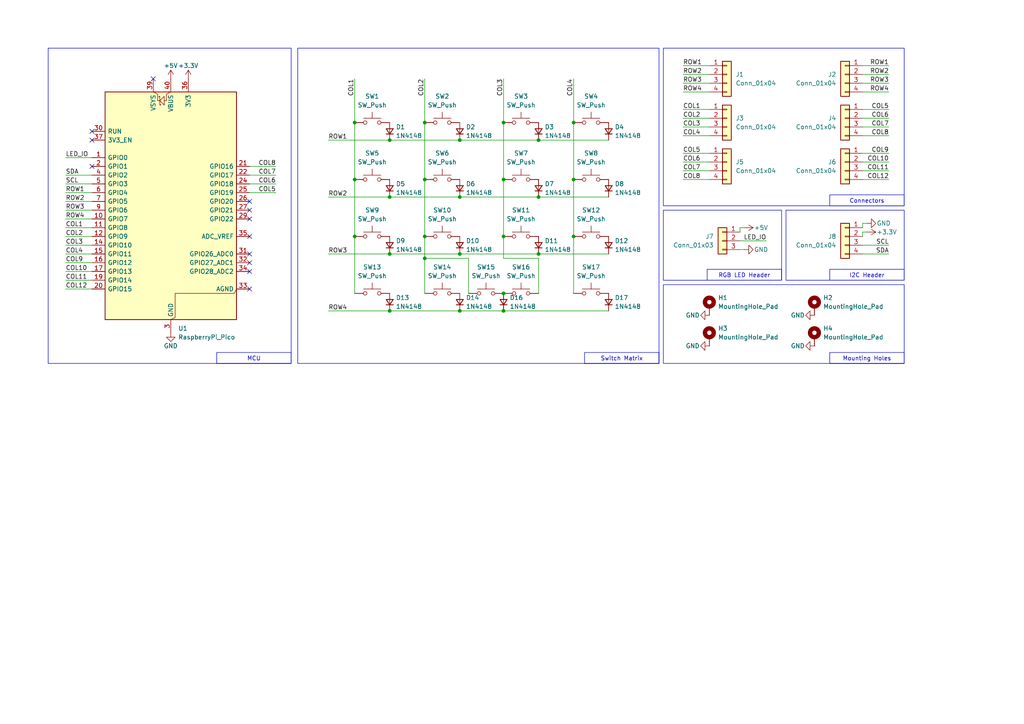
<source format=kicad_sch>
(kicad_sch (version 20250114) (generator "eeschema") (generator_version "9.0")
  (paper "A4")
  (title_block (title "LK16C") (date "2025-05-13") (rev "v1.00") (company "LambdaKB.dev") (comment 1 "https://lambdakb.dev/"))
  (lib_symbols
    (symbol "Connector_Generic:Conn_01x03" (pin_names (offset 1.016) (hide yes))
      (property "Reference" "J" (at 0 5.08 0))
      (property "Value" "Conn_01x03" (at 0 -5.08 0))
      (symbol "Conn_01x03_1_1"
        (rectangle (start -1.27 3.81) (end 1.27 -3.81) (stroke (width 0.254)) (fill (type background)))
        (rectangle (start -1.27 2.667) (end 0 2.413) (stroke (width 0.1524)))
        (rectangle (start -1.27 0.127) (end 0 -0.127) (stroke (width 0.1524)))
        (rectangle (start -1.27 -2.413) (end 0 -2.667) (stroke (width 0.1524)))
        (pin passive line (at -5.08 2.54 0) (length 3.81) (name "Pin_1") (number "1"))
        (pin passive line (at -5.08 0 0) (length 3.81) (name "Pin_2") (number "2"))
        (pin passive line (at -5.08 -2.54 0) (length 3.81) (name "Pin_3") (number "3"))
      )
    )
    (symbol "Connector_Generic:Conn_01x04" (pin_names (offset 1.016) (hide yes))
      (property "Reference" "J" (at 0 5.08 0))
      (property "Value" "Conn_01x04" (at 0 -7.62 0))
      (symbol "Conn_01x04_1_1"
        (rectangle (start -1.27 3.81) (end 1.27 -6.35) (stroke (width 0.254)) (fill (type background)))
        (rectangle (start -1.27 2.667) (end 0 2.413) (stroke (width 0.1524)))
        (rectangle (start -1.27 0.127) (end 0 -0.127) (stroke (width 0.1524)))
        (rectangle (start -1.27 -2.413) (end 0 -2.667) (stroke (width 0.1524)))
        (rectangle (start -1.27 -4.953) (end 0 -5.207) (stroke (width 0.1524)))
        (pin passive line (at -5.08 2.54 0) (length 3.81) (name "Pin_1") (number "1"))
        (pin passive line (at -5.08 0 0) (length 3.81) (name "Pin_2") (number "2"))
        (pin passive line (at -5.08 -2.54 0) (length 3.81) (name "Pin_3") (number "3"))
        (pin passive line (at -5.08 -5.08 0) (length 3.81) (name "Pin_4") (number "4"))
      )
    )
    (symbol "Device:D_Small" (pin_numbers (hide yes)) (pin_names (offset 0.254) (hide yes))
      (property "Reference" "D" (at -1.27 2.032 0))
      (property "Value" "D_Small" (at -3.81 -2.032 0))
      (symbol "D_Small_0_1"
        (polyline (pts (xy -0.762 0) (xy 0.762 0)))
        (polyline (pts (xy -0.762 -1.016) (xy -0.762 1.016)) (stroke (width 0.254)))
        (polyline (pts (xy 0.762 -1.016) (xy -0.762 0) (xy 0.762 1.016) (xy 0.762 -1.016)) (stroke (width 0.254)))
      )
      (symbol "D_Small_1_1"
        (pin passive line (at -2.54 0 0) (length 1.778) (name "K") (number "1"))
        (pin passive line (at 2.54 0 180) (length 1.778) (name "A") (number "2"))
      )
    )
    (symbol "MCU_Module:RaspberryPi_Pico" (pin_names (offset 0.762))
      (property "Reference" "A" (at -19.05 35.56 0))
      (property "Value" "RaspberryPi_Pico" (at 7.62 35.56 0))
      (symbol "RaspberryPi_Pico_0_1"
        (rectangle (start -19.05 34.29) (end 19.05 -31.75) (stroke (width 0.254)) (fill (type background)))
        (polyline (pts (xy -5.08 34.29) (xy -3.81 33.655) (xy -3.81 31.75) (xy -3.175 31.75)))
        (polyline (pts (xy -3.429 32.766) (xy -3.429 33.02) (xy -3.175 33.02) (xy -3.175 30.48) (xy -2.921 30.48) (xy -2.921 30.734)))
        (polyline (pts (xy -3.175 31.75) (xy -1.905 33.02) (xy -1.905 30.48) (xy -3.175 31.75)))
        (polyline (pts (xy 0 34.29) (xy -1.27 33.655) (xy -1.27 31.75) (xy -1.905 31.75)))
        (polyline (pts (xy 0 -31.75) (xy 1.27 -31.115) (xy 1.27 -24.13) (xy 18.415 -24.13) (xy 19.05 -22.86)))
      )
      (symbol "RaspberryPi_Pico_1_1"
        (pin passive line (at -22.86 22.86 0) (length 3.81) (name "RUN") (number "30"))
        (pin passive line (at -22.86 20.32 0) (length 3.81) (name "3V3_EN") (number "37"))
        (pin bidirectional line (at -22.86 15.24 0) (length 3.81) (name "GPIO0") (number "1"))
        (pin bidirectional line (at -22.86 12.7 0) (length 3.81) (name "GPIO1") (number "2"))
        (pin bidirectional line (at -22.86 10.16 0) (length 3.81) (name "GPIO2") (number "4"))
        (pin bidirectional line (at -22.86 7.62 0) (length 3.81) (name "GPIO3") (number "5"))
        (pin bidirectional line (at -22.86 5.08 0) (length 3.81) (name "GPIO4") (number "6"))
        (pin bidirectional line (at -22.86 2.54 0) (length 3.81) (name "GPIO5") (number "7"))
        (pin bidirectional line (at -22.86 0 0) (length 3.81) (name "GPIO6") (number "9"))
        (pin bidirectional line (at -22.86 -2.54 0) (length 3.81) (name "GPIO7") (number "10"))
        (pin bidirectional line (at -22.86 -5.08 0) (length 3.81) (name "GPIO8") (number "11"))
        (pin bidirectional line (at -22.86 -7.62 0) (length 3.81) (name "GPIO9") (number "12"))
        (pin bidirectional line (at -22.86 -10.16 0) (length 3.81) (name "GPIO10") (number "14"))
        (pin bidirectional line (at -22.86 -12.7 0) (length 3.81) (name "GPIO11") (number "15"))
        (pin bidirectional line (at -22.86 -15.24 0) (length 3.81) (name "GPIO12") (number "16"))
        (pin bidirectional line (at -22.86 -17.78 0) (length 3.81) (name "GPIO13") (number "17"))
        (pin bidirectional line (at -22.86 -20.32 0) (length 3.81) (name "GPIO14") (number "19"))
        (pin bidirectional line (at -22.86 -22.86 0) (length 3.81) (name "GPIO15") (number "20"))
        (pin power_in line (at -5.08 38.1 270) (length 3.81) (name "VSYS") (number "39"))
        (pin power_out line (at 0 38.1 270) (length 3.81) (name "VBUS") (number "40"))
        (pin passive line (at 0 -35.56 90) (length 3.81) (hide yes) (name "GND") (number "13"))
        (pin passive line (at 0 -35.56 90) (length 3.81) (hide yes) (name "GND") (number "18"))
        (pin passive line (at 0 -35.56 90) (length 3.81) (hide yes) (name "GND") (number "23"))
        (pin passive line (at 0 -35.56 90) (length 3.81) (hide yes) (name "GND") (number "28"))
        (pin power_out line (at 0 -35.56 90) (length 3.81) (name "GND") (number "3"))
        (pin passive line (at 0 -35.56 90) (length 3.81) (hide yes) (name "GND") (number "38"))
        (pin passive line (at 0 -35.56 90) (length 3.81) (hide yes) (name "GND") (number "8"))
        (pin power_out line (at 5.08 38.1 270) (length 3.81) (name "3V3") (number "36"))
        (pin bidirectional line (at 22.86 12.7 180) (length 3.81) (name "GPIO16") (number "21"))
        (pin bidirectional line (at 22.86 10.16 180) (length 3.81) (name "GPIO17") (number "22"))
        (pin bidirectional line (at 22.86 7.62 180) (length 3.81) (name "GPIO18") (number "24"))
        (pin bidirectional line (at 22.86 5.08 180) (length 3.81) (name "GPIO19") (number "25"))
        (pin bidirectional line (at 22.86 2.54 180) (length 3.81) (name "GPIO20") (number "26"))
        (pin bidirectional line (at 22.86 0 180) (length 3.81) (name "GPIO21") (number "27"))
        (pin bidirectional line (at 22.86 -2.54 180) (length 3.81) (name "GPIO22") (number "29"))
        (pin power_in line (at 22.86 -7.62 180) (length 3.81) (name "ADC_VREF") (number "35"))
        (pin bidirectional line (at 22.86 -12.7 180) (length 3.81) (name "GPIO26_ADC0") (number "31"))
        (pin bidirectional line (at 22.86 -15.24 180) (length 3.81) (name "GPIO27_ADC1") (number "32"))
        (pin bidirectional line (at 22.86 -17.78 180) (length 3.81) (name "GPIO28_ADC2") (number "34"))
        (pin power_out line (at 22.86 -22.86 180) (length 3.81) (name "AGND") (number "33"))
      )
    )
    (symbol "Mechanical:MountingHole_Pad" (pin_numbers (hide yes)) (pin_names (offset 1.016) (hide yes)) (in_bom no)
      (property "Reference" "H" (at 0 6.35 0))
      (property "Value" "MountingHole_Pad" (at 0 4.445 0))
      (symbol "MountingHole_Pad_0_1"
        (circle (center 0 1.27) (radius 1.27) (stroke (width 1.27)))
      )
      (symbol "MountingHole_Pad_1_1"
        (pin input line (at 0 -2.54 90) (length 2.54) (name "1") (number "1"))
      )
    )
    (symbol "Switch:SW_Push" (pin_numbers (hide yes)) (pin_names (offset 1.016) (hide yes))
      (property "Reference" "SW" (at 1.27 2.54 0))
      (property "Value" "SW_Push" (at 0 -1.524 0))
      (symbol "SW_Push_0_1"
        (circle (center -2.032 0) (radius 0.508))
        (polyline (pts (xy 0 1.27) (xy 0 3.048)))
        (circle (center 2.032 0) (radius 0.508))
        (polyline (pts (xy 2.54 1.27) (xy -2.54 1.27)))
        (pin passive line (at -5.08 0 0) (length 2.54) (name "1") (number "1"))
        (pin passive line (at 5.08 0 180) (length 2.54) (name "2") (number "2"))
      )
    )
    (symbol "power:+3.3V" (power) (pin_numbers (hide yes)) (pin_names (offset 0) (hide yes))
      (property "Value" "+3.3V" (at 0 3.556 0))
      (symbol "+3.3V_0_1"
        (polyline (pts (xy -0.762 1.27) (xy 0 2.54)))
        (polyline (pts (xy 0 2.54) (xy 0.762 1.27)))
        (polyline (pts (xy 0 0) (xy 0 2.54)))
      )
      (symbol "+3.3V_1_1"
        (pin power_in line (at 0 0 90) (length 0) (name "~") (number "1"))
      )
    )
    (symbol "power:+5V" (power) (pin_numbers (hide yes)) (pin_names (offset 0) (hide yes))
      (property "Value" "+5V" (at 0 3.556 0))
      (symbol "+5V_0_1"
        (polyline (pts (xy -0.762 1.27) (xy 0 2.54)))
        (polyline (pts (xy 0 2.54) (xy 0.762 1.27)))
        (polyline (pts (xy 0 0) (xy 0 2.54)))
      )
      (symbol "+5V_1_1"
        (pin power_in line (at 0 0 90) (length 0) (name "~") (number "1"))
      )
    )
    (symbol "power:GND" (power) (pin_numbers (hide yes)) (pin_names (offset 0) (hide yes))
      (property "Value" "GND" (at 0 -3.81 0))
      (symbol "GND_0_1"
        (polyline (pts (xy 0 0) (xy 0 -1.27) (xy 1.27 -1.27) (xy 0 -2.54) (xy -1.27 -1.27) (xy 0 -1.27)))
      )
      (symbol "GND_1_1"
        (pin power_in line (at 0 0 270) (length 0) (name "~") (number "1"))
      )
    )
  )
  (rectangle (start 192.405 13.97) (end 262.255 59.69))
  (rectangle (start 205.105 78.105) (end 226.695 81.28))
  (rectangle (start 86.36 13.97) (end 191.135 105.41))
  (rectangle (start 62.865 102.235) (end 84.455 105.41))
  (rectangle (start 192.405 82.55) (end 262.255 105.41))
  (rectangle (start 13.97 13.97) (end 84.455 105.41))
  (rectangle (start 227.965 60.96) (end 262.255 81.28))
  (rectangle (start 240.665 78.105) (end 262.255 81.28))
  (rectangle (start 169.545 102.235) (end 191.135 105.41))
  (rectangle (start 192.405 60.96) (end 226.695 81.28))
  (rectangle (start 240.665 56.515) (end 262.255 59.69))
  (rectangle (start 240.665 102.235) (end 262.255 105.41))
  (text "Connectors" (at 251.46 58.42 0) (effects (font (size 1.2 1.2))))
  (text "RGB LED Header" (at 215.9 80.01 0) (effects (font (size 1.2 1.2))))
  (text "Mounting Holes" (at 251.46 104.14 0) (effects (font (size 1.2 1.2))))
  (text "I2C Header" (at 251.46 80.01 0) (effects (font (size 1.2 1.2))))
  (text "MCU" (at 73.66 104.14 0) (effects (font (size 1.2 1.2))))
  (text "Switch Matrix" (at 180.34 104.14 0) (effects (font (size 1.2 1.2))))
  (junction (at 146.05 35.56))
  (junction (at 123.19 52.07))
  (junction (at 146.05 90.17))
  (junction (at 123.19 35.56))
  (junction (at 146.05 52.07))
  (junction (at 133.35 40.64))
  (junction (at 113.03 57.15))
  (junction (at 133.35 73.66))
  (junction (at 133.35 90.17))
  (junction (at 166.37 35.56))
  (junction (at 156.21 40.64))
  (junction (at 166.37 52.07))
  (junction (at 113.03 90.17))
  (junction (at 146.05 85.09))
  (junction (at 166.37 68.58))
  (junction (at 113.03 40.64))
  (junction (at 113.03 73.66))
  (junction (at 123.19 74.93))
  (junction (at 156.21 57.15))
  (junction (at 146.05 68.58))
  (junction (at 156.21 73.66))
  (junction (at 102.87 35.56))
  (junction (at 123.19 68.58))
  (junction (at 133.35 57.15))
  (junction (at 102.87 52.07))
  (junction (at 102.87 68.58))
  (no_connect (at 72.39 68.58))
  (no_connect (at 72.39 83.82))
  (no_connect (at 72.39 78.74))
  (no_connect (at 44.45 22.86))
  (no_connect (at 72.39 63.5))
  (no_connect (at 72.39 60.96))
  (no_connect (at 26.67 38.1))
  (no_connect (at 72.39 76.2))
  (no_connect (at 72.39 73.66))
  (no_connect (at 26.67 48.26))
  (no_connect (at 26.67 40.64))
  (no_connect (at 72.39 58.42))
  (wire (pts (xy 166.37 22.86) (xy 166.37 35.56)))
  (wire (pts (xy 156.21 57.15) (xy 176.53 57.15)))
  (wire (pts (xy 123.19 74.93) (xy 123.19 85.09)))
  (wire (pts (xy 95.25 40.64) (xy 113.03 40.64)))
  (wire (pts (xy 198.12 31.75) (xy 205.74 31.75)))
  (wire (pts (xy 257.81 39.37) (xy 250.19 39.37)))
  (wire (pts (xy 19.05 76.2) (xy 26.67 76.2)))
  (wire (pts (xy 146.05 22.86) (xy 146.05 35.56)))
  (wire (pts (xy 133.35 90.17) (xy 146.05 90.17)))
  (wire (pts (xy 156.21 74.93) (xy 156.21 85.09)))
  (wire (pts (xy 19.05 81.28) (xy 26.67 81.28)))
  (wire (pts (xy 166.37 68.58) (xy 166.37 85.09)))
  (wire (pts (xy 250.19 64.77) (xy 250.19 66.04)))
  (wire (pts (xy 95.25 73.66) (xy 113.03 73.66)))
  (wire (pts (xy 113.03 90.17) (xy 133.35 90.17)))
  (wire (pts (xy 80.01 53.34) (xy 72.39 53.34)))
  (wire (pts (xy 19.05 68.58) (xy 26.67 68.58)))
  (wire (pts (xy 214.63 66.04) (xy 214.63 67.31)))
  (wire (pts (xy 257.81 71.12) (xy 250.19 71.12)))
  (wire (pts (xy 257.81 26.67) (xy 250.19 26.67)))
  (wire (pts (xy 257.81 49.53) (xy 250.19 49.53)))
  (wire (pts (xy 198.12 36.83) (xy 205.74 36.83)))
  (wire (pts (xy 146.05 52.07) (xy 146.05 68.58)))
  (wire (pts (xy 80.01 50.8) (xy 72.39 50.8)))
  (wire (pts (xy 135.89 85.09) (xy 135.89 74.93)))
  (wire (pts (xy 257.81 19.05) (xy 250.19 19.05)))
  (wire (pts (xy 198.12 39.37) (xy 205.74 39.37)))
  (wire (pts (xy 257.81 31.75) (xy 250.19 31.75)))
  (wire (pts (xy 198.12 46.99) (xy 205.74 46.99)))
  (wire (pts (xy 250.19 67.31) (xy 250.19 68.58)))
  (wire (pts (xy 95.25 90.17) (xy 113.03 90.17)))
  (wire (pts (xy 80.01 48.26) (xy 72.39 48.26)))
  (wire (pts (xy 19.05 53.34) (xy 26.67 53.34)))
  (wire (pts (xy 123.19 68.58) (xy 123.19 74.93)))
  (wire (pts (xy 102.87 68.58) (xy 102.87 85.09)))
  (wire (pts (xy 19.05 73.66) (xy 26.67 73.66)))
  (wire (pts (xy 19.05 66.04) (xy 26.67 66.04)))
  (wire (pts (xy 19.05 63.5) (xy 26.67 63.5)))
  (wire (pts (xy 19.05 71.12) (xy 26.67 71.12)))
  (wire (pts (xy 123.19 22.86) (xy 123.19 35.56)))
  (wire (pts (xy 257.81 24.13) (xy 250.19 24.13)))
  (wire (pts (xy 166.37 52.07) (xy 166.37 68.58)))
  (wire (pts (xy 257.81 73.66) (xy 250.19 73.66)))
  (wire (pts (xy 222.25 69.85) (xy 214.63 69.85)))
  (wire (pts (xy 102.87 52.07) (xy 102.87 68.58)))
  (wire (pts (xy 95.25 57.15) (xy 113.03 57.15)))
  (wire (pts (xy 19.05 55.88) (xy 26.67 55.88)))
  (wire (pts (xy 133.35 40.64) (xy 156.21 40.64)))
  (wire (pts (xy 251.46 64.77) (xy 250.19 64.77)))
  (wire (pts (xy 123.19 52.07) (xy 123.19 68.58)))
  (wire (pts (xy 146.05 74.93) (xy 156.21 74.93)))
  (wire (pts (xy 19.05 78.74) (xy 26.67 78.74)))
  (wire (pts (xy 257.81 34.29) (xy 250.19 34.29)))
  (wire (pts (xy 251.46 67.31) (xy 250.19 67.31)))
  (wire (pts (xy 113.03 57.15) (xy 133.35 57.15)))
  (wire (pts (xy 198.12 34.29) (xy 205.74 34.29)))
  (wire (pts (xy 166.37 35.56) (xy 166.37 52.07)))
  (wire (pts (xy 146.05 35.56) (xy 146.05 52.07)))
  (wire (pts (xy 215.9 72.39) (xy 214.63 72.39)))
  (wire (pts (xy 198.12 44.45) (xy 205.74 44.45)))
  (wire (pts (xy 156.21 40.64) (xy 176.53 40.64)))
  (wire (pts (xy 257.81 36.83) (xy 250.19 36.83)))
  (wire (pts (xy 19.05 60.96) (xy 26.67 60.96)))
  (wire (pts (xy 113.03 73.66) (xy 133.35 73.66)))
  (wire (pts (xy 80.01 55.88) (xy 72.39 55.88)))
  (wire (pts (xy 198.12 21.59) (xy 205.74 21.59)))
  (wire (pts (xy 133.35 73.66) (xy 156.21 73.66)))
  (wire (pts (xy 257.81 46.99) (xy 250.19 46.99)))
  (wire (pts (xy 146.05 68.58) (xy 146.05 74.93)))
  (wire (pts (xy 215.9 66.04) (xy 214.63 66.04)))
  (wire (pts (xy 257.81 44.45) (xy 250.19 44.45)))
  (wire (pts (xy 135.89 74.93) (xy 123.19 74.93)))
  (wire (pts (xy 198.12 24.13) (xy 205.74 24.13)))
  (wire (pts (xy 198.12 19.05) (xy 205.74 19.05)))
  (wire (pts (xy 257.81 21.59) (xy 250.19 21.59)))
  (wire (pts (xy 123.19 35.56) (xy 123.19 52.07)))
  (wire (pts (xy 19.05 58.42) (xy 26.67 58.42)))
  (wire (pts (xy 102.87 35.56) (xy 102.87 52.07)))
  (wire (pts (xy 198.12 52.07) (xy 205.74 52.07)))
  (wire (pts (xy 146.05 90.17) (xy 176.53 90.17)))
  (wire (pts (xy 19.05 50.8) (xy 26.67 50.8)))
  (wire (pts (xy 133.35 57.15) (xy 156.21 57.15)))
  (wire (pts (xy 198.12 26.67) (xy 205.74 26.67)))
  (wire (pts (xy 19.05 83.82) (xy 26.67 83.82)))
  (wire (pts (xy 113.03 40.64) (xy 133.35 40.64)))
  (wire (pts (xy 19.05 45.72) (xy 26.67 45.72)))
  (wire (pts (xy 198.12 49.53) (xy 205.74 49.53)))
  (wire (pts (xy 156.21 73.66) (xy 176.53 73.66)))
  (wire (pts (xy 257.81 52.07) (xy 250.19 52.07)))
  (wire (pts (xy 102.87 22.86) (xy 102.87 35.56)))
  (label "COL10" (at 19.05 78.74 0))
  (label "COL11" (at 19.05 81.28 0))
  (label "ROW2" (at 19.05 58.42 0))
  (label "COL3" (at 146.05 22.86 270))
  (label "COL2" (at 198.12 34.29 0))
  (label "ROW3" (at 19.05 60.96 0))
  (label "SDA" (at 19.05 50.8 0))
  (label "COL8" (at 198.12 52.07 0))
  (label "COL1" (at 198.12 31.75 0))
  (label "ROW1" (at 257.81 19.05 180))
  (label "ROW1" (at 198.12 19.05 0))
  (label "ROW4" (at 198.12 26.67 0))
  (label "ROW3" (at 198.12 24.13 0))
  (label "SCL" (at 19.05 53.34 0))
  (label "COL2" (at 19.05 68.58 0))
  (label "ROW3" (at 95.25 73.66 0))
  (label "ROW2" (at 95.25 57.15 0))
  (label "COL4" (at 166.37 22.86 270))
  (label "COL2" (at 123.19 22.86 270))
  (label "LED_IO" (at 222.25 69.85 180))
  (label "COL4" (at 19.05 73.66 0))
  (label "COL12" (at 19.05 83.82 0))
  (label "LED_IO" (at 19.05 45.72 0))
  (label "COL6" (at 257.81 34.29 180))
  (label "ROW1" (at 95.25 40.64 0))
  (label "COL10" (at 257.81 46.99 180))
  (label "SCL" (at 257.81 71.12 180))
  (label "ROW4" (at 19.05 63.5 0))
  (label "ROW4" (at 257.81 26.67 180))
  (label "COL6" (at 80.01 53.34 180))
  (label "COL3" (at 19.05 71.12 0))
  (label "ROW2" (at 257.81 21.59 180))
  (label "ROW4" (at 95.25 90.17 0))
  (label "COL9" (at 257.81 44.45 180))
  (label "COL9" (at 19.05 76.2 0))
  (label "COL3" (at 198.12 36.83 0))
  (label "ROW1" (at 19.05 55.88 0))
  (label "COL11" (at 257.81 49.53 180))
  (label "COL7" (at 257.81 36.83 180))
  (label "COL5" (at 198.12 44.45 0))
  (label "COL12" (at 257.81 52.07 180))
  (label "COL5" (at 257.81 31.75 180))
  (label "COL5" (at 80.01 55.88 180))
  (label "ROW3" (at 257.81 24.13 180))
  (label "COL8" (at 257.81 39.37 180))
  (label "COL6" (at 198.12 46.99 0))
  (label "COL4" (at 198.12 39.37 0))
  (label "COL7" (at 198.12 49.53 0))
  (label "COL1" (at 102.87 22.86 270))
  (label "ROW2" (at 198.12 21.59 0))
  (label "SDA" (at 257.81 73.66 180))
  (label "COL8" (at 80.01 48.26 180))
  (label "COL7" (at 80.01 50.8 180))
  (label "COL1" (at 19.05 66.04 0))
  (symbol (lib_id "Connector_Generic:Conn_01x04") (at 210.82 46.99 0) (unit 1) (in_bom no)
    (property "Reference" "J5" (at 213.36 46.9899 0) (effects (justify left)))
    (property "Value" "Conn_01x04" (at 213.36 49.5299 0) (effects (justify left)))
    (property "Footprint" "Connector:EdgeHeader_1x04_THT_P2.54mm_Right" (effects (hide yes)))
    (property "Description" "Generic connector, single row, 01x04, script generated (kicad-library-utils/schlib/autogen/connector/)" (effects (hide yes)))
  )
  (symbol (lib_id "Connector_Generic:Conn_01x04") (at 210.82 21.59 0) (unit 1) (in_bom no)
    (property "Reference" "J1" (at 213.36 21.5899 0) (effects (justify left)))
    (property "Value" "Conn_01x04" (at 213.36 24.1299 0) (effects (justify left)))
    (property "Footprint" "Connector:EdgeHeader_1x04_THT_P2.54mm_Right" (effects (hide yes)))
    (property "Description" "Generic connector, single row, 01x04, script generated (kicad-library-utils/schlib/autogen/connector/)" (effects (hide yes)))
  )
  (symbol (lib_id "Switch:SW_Push") (at 128.27 35.56 0) (mirror y) (unit 1)
    (property "Reference" "SW2" (at 128.27 27.94 0))
    (property "Value" "SW_Push" (at 128.27 30.48 0))
    (property "Footprint" "LKBD_KeySwitch:SW_MX_Slim_HotSwap_THT_sqSilk" (effects (hide yes)))
    (property "Description" "Push button switch, generic, two pins" (effects (hide yes)))
    (property "JLC" "SMD,14.5x5.9mm" (effects (hide yes)))
    (property "JLCPosOffset" "-0.635,-3.81" (effects (hide yes)))
    (property "JLCRotOffset" "180" (effects (hide yes)))
    (property "LCSC" "C41430893" (effects (hide yes)))
  )
  (symbol (lib_id "Device:D_Small") (at 133.35 87.63 90) (unit 1)
    (property "Reference" "D14" (at 135.128 86.36 90) (effects (justify right)))
    (property "Value" "1N4148" (at 135.128 88.9 90) (effects (justify right)))
    (property "Footprint" "LKBD_Common:Diode_SMD_SOD-123_inSilk" (effects (hide yes)))
    (property "Description" "Diode, small symbol" (effects (hide yes)))
    (property "Sim.Device" "D" (effects (hide yes)))
    (property "Sim.Pins" "1=K 2=A" (effects (hide yes)))
    (property "LCSC" "C81598" (effects (hide yes)))
    (property "JLC" "SOD-323" (effects (hide yes)))
  )
  (symbol (lib_id "Device:D_Small") (at 113.03 38.1 90) (unit 1)
    (property "Reference" "D1" (at 114.808 36.83 90) (effects (justify right)))
    (property "Value" "1N4148" (at 114.808 39.37 90) (effects (justify right)))
    (property "Footprint" "LKBD_Common:Diode_SMD_SOD-123_inSilk" (effects (hide yes)))
    (property "Description" "Diode, small symbol" (effects (hide yes)))
    (property "Sim.Device" "D" (effects (hide yes)))
    (property "Sim.Pins" "1=K 2=A" (effects (hide yes)))
    (property "LCSC" "C81598" (effects (hide yes)))
    (property "JLC" "SOD-323" (effects (hide yes)))
  )
  (symbol (lib_id "power:+5V") (at 215.9 66.04 270) (mirror x) (unit 1)
    (property "Reference" "#PWR06" (effects (hide yes)))
    (property "Value" "+5V" (at 218.694 66.04 90) (effects (justify left)))
    (property "Description" "Power symbol creates a global label with name \"+5V\"" (effects (hide yes)))
  )
  (symbol (lib_id "Switch:SW_Push") (at 171.45 52.07 0) (mirror y) (unit 1)
    (property "Reference" "SW8" (at 171.45 44.45 0))
    (property "Value" "SW_Push" (at 171.45 46.99 0))
    (property "Footprint" "LKBD_KeySwitch:SW_MX_Slim_HotSwap_THT_sqSilk" (effects (hide yes)))
    (property "Description" "Push button switch, generic, two pins" (effects (hide yes)))
    (property "JLC" "SMD,14.5x5.9mm" (effects (hide yes)))
    (property "JLCPosOffset" "-0.635,-3.81" (effects (hide yes)))
    (property "JLCRotOffset" "180" (effects (hide yes)))
    (property "LCSC" "C41430893" (effects (hide yes)))
  )
  (symbol (lib_id "Connector_Generic:Conn_01x03") (at 209.55 69.85 0) (mirror y) (unit 1) (in_bom no)
    (property "Reference" "J7" (at 207.01 68.58 0) (effects (justify left)))
    (property "Value" "Conn_01x03" (at 207.01 71.12 0) (effects (justify left)))
    (property "Footprint" "LKBD_Connector:PinHeader_1x03_THT_P2.54mm_nSilk" (effects (hide yes)))
    (property "Description" "Generic connector, single row, 01x03, script generated (kicad-library-utils/schlib/autogen/connector/)" (effects (hide yes)))
  )
  (symbol (lib_id "Switch:SW_Push") (at 171.45 35.56 0) (mirror y) (unit 1)
    (property "Reference" "SW4" (at 171.45 27.94 0))
    (property "Value" "SW_Push" (at 171.45 30.48 0))
    (property "Footprint" "LKBD_KeySwitch:SW_MX_Slim_HotSwap_THT_sqSilk" (effects (hide yes)))
    (property "Description" "Push button switch, generic, two pins" (effects (hide yes)))
    (property "JLC" "SMD,14.5x5.9mm" (effects (hide yes)))
    (property "JLCPosOffset" "-0.635,-3.81" (effects (hide yes)))
    (property "JLCRotOffset" "180" (effects (hide yes)))
    (property "LCSC" "C41430893" (effects (hide yes)))
  )
  (symbol (lib_id "Device:D_Small") (at 146.05 87.63 90) (unit 1)
    (property "Reference" "D16" (at 147.828 86.36 90) (effects (justify right)))
    (property "Value" "1N4148" (at 147.828 88.9 90) (effects (justify right)))
    (property "Footprint" "LKBD_Common:Diode_SMD_SOD-123_inSilk" (effects (hide yes)))
    (property "Description" "Diode, small symbol" (effects (hide yes)))
    (property "Sim.Device" "D" (effects (hide yes)))
    (property "Sim.Pins" "1=K 2=A" (effects (hide yes)))
    (property "LCSC" "C81598" (effects (hide yes)))
    (property "JLC" "SOD-323" (effects (hide yes)))
  )
  (symbol (lib_id "Mechanical:MountingHole_Pad") (at 236.22 97.79 0) (unit 1) (in_bom no)
    (property "Reference" "H4" (at 238.76 95.2499 0) (effects (justify left)))
    (property "Value" "MountingHole_Pad" (at 238.76 97.7899 0) (effects (justify left)))
    (property "Footprint" "LKBD_MountingHole:MountingHole_M2" (effects (hide yes)))
    (property "Description" "Mounting Hole with connection" (effects (hide yes)))
  )
  (symbol (lib_id "Device:D_Small") (at 113.03 71.12 90) (unit 1)
    (property "Reference" "D9" (at 114.808 69.85 90) (effects (justify right)))
    (property "Value" "1N4148" (at 114.808 72.39 90) (effects (justify right)))
    (property "Footprint" "LKBD_Common:Diode_SMD_SOD-123_inSilk" (effects (hide yes)))
    (property "Description" "Diode, small symbol" (effects (hide yes)))
    (property "Sim.Device" "D" (effects (hide yes)))
    (property "Sim.Pins" "1=K 2=A" (effects (hide yes)))
    (property "LCSC" "C81598" (effects (hide yes)))
    (property "JLC" "SOD-323" (effects (hide yes)))
  )
  (symbol (lib_id "Device:D_Small") (at 176.53 38.1 90) (unit 1)
    (property "Reference" "D4" (at 178.308 36.83 90) (effects (justify right)))
    (property "Value" "1N4148" (at 178.308 39.37 90) (effects (justify right)))
    (property "Footprint" "LKBD_Common:Diode_SMD_SOD-123_inSilk" (effects (hide yes)))
    (property "Description" "Diode, small symbol" (effects (hide yes)))
    (property "Sim.Device" "D" (effects (hide yes)))
    (property "Sim.Pins" "1=K 2=A" (effects (hide yes)))
    (property "LCSC" "C81598" (effects (hide yes)))
    (property "JLC" "SOD-323" (effects (hide yes)))
  )
  (symbol (lib_id "Switch:SW_Push") (at 151.13 68.58 0) (mirror y) (unit 1)
    (property "Reference" "SW11" (at 151.13 60.96 0))
    (property "Value" "SW_Push" (at 151.13 63.5 0))
    (property "Footprint" "LKBD_KeySwitch:SW_MX_Slim_HotSwap_THT_sqSilk" (effects (hide yes)))
    (property "Description" "Push button switch, generic, two pins" (effects (hide yes)))
    (property "JLC" "SMD,14.5x5.9mm" (effects (hide yes)))
    (property "JLCPosOffset" "-0.635,-3.81" (effects (hide yes)))
    (property "JLCRotOffset" "180" (effects (hide yes)))
    (property "LCSC" "C41430893" (effects (hide yes)))
  )
  (symbol (lib_id "Device:D_Small") (at 156.21 38.1 90) (unit 1)
    (property "Reference" "D3" (at 157.988 36.83 90) (effects (justify right)))
    (property "Value" "1N4148" (at 157.988 39.37 90) (effects (justify right)))
    (property "Footprint" "LKBD_Common:Diode_SMD_SOD-123_inSilk" (effects (hide yes)))
    (property "Description" "Diode, small symbol" (effects (hide yes)))
    (property "Sim.Device" "D" (effects (hide yes)))
    (property "Sim.Pins" "1=K 2=A" (effects (hide yes)))
    (property "LCSC" "C81598" (effects (hide yes)))
    (property "JLC" "SOD-323" (effects (hide yes)))
  )
  (symbol (lib_id "Switch:SW_Push") (at 151.13 85.09 0) (unit 1)
    (property "Reference" "SW16" (at 151.13 77.47 0))
    (property "Value" "SW_Push" (at 151.13 80.01 0))
    (property "Footprint" "LKBD_KeySwitch:SW_MX_Slim_HotSwap_THT_sqSilk" (effects (hide yes)))
    (property "Description" "Push button switch, generic, two pins" (effects (hide yes)))
    (property "JLC" "SMD,14.5x5.9mm" (effects (hide yes)))
    (property "JLCPosOffset" "-0.635,-3.81" (effects (hide yes)))
    (property "JLCRotOffset" "180" (effects (hide yes)))
    (property "LCSC" "C41430893" (effects (hide yes)))
  )
  (symbol (lib_id "Device:D_Small") (at 133.35 38.1 90) (unit 1)
    (property "Reference" "D2" (at 135.128 36.83 90) (effects (justify right)))
    (property "Value" "1N4148" (at 135.128 39.37 90) (effects (justify right)))
    (property "Footprint" "LKBD_Common:Diode_SMD_SOD-123_inSilk" (effects (hide yes)))
    (property "Description" "Diode, small symbol" (effects (hide yes)))
    (property "Sim.Device" "D" (effects (hide yes)))
    (property "Sim.Pins" "1=K 2=A" (effects (hide yes)))
    (property "LCSC" "C81598" (effects (hide yes)))
    (property "JLC" "SOD-323" (effects (hide yes)))
  )
  (symbol (lib_id "Connector_Generic:Conn_01x04") (at 245.11 46.99 0) (mirror y) (unit 1) (in_bom no)
    (property "Reference" "J6" (at 242.57 46.9899 0) (effects (justify left)))
    (property "Value" "Conn_01x04" (at 242.57 49.5299 0) (effects (justify left)))
    (property "Footprint" "Connector:EdgeHeader_1x04_THT_P2.54mm_Left" (effects (hide yes)))
    (property "Description" "Generic connector, single row, 01x04, script generated (kicad-library-utils/schlib/autogen/connector/)" (effects (hide yes)))
  )
  (symbol (lib_id "Device:D_Small") (at 176.53 71.12 90) (unit 1)
    (property "Reference" "D12" (at 178.308 69.85 90) (effects (justify right)))
    (property "Value" "1N4148" (at 178.308 72.39 90) (effects (justify right)))
    (property "Footprint" "LKBD_Common:Diode_SMD_SOD-123_inSilk" (effects (hide yes)))
    (property "Description" "Diode, small symbol" (effects (hide yes)))
    (property "Sim.Device" "D" (effects (hide yes)))
    (property "Sim.Pins" "1=K 2=A" (effects (hide yes)))
    (property "LCSC" "C81598" (effects (hide yes)))
    (property "JLC" "SOD-323" (effects (hide yes)))
  )
  (symbol (lib_id "Device:D_Small") (at 133.35 54.61 90) (unit 1)
    (property "Reference" "D6" (at 135.128 53.34 90) (effects (justify right)))
    (property "Value" "1N4148" (at 135.128 55.88 90) (effects (justify right)))
    (property "Footprint" "LKBD_Common:Diode_SMD_SOD-123_inSilk" (effects (hide yes)))
    (property "Description" "Diode, small symbol" (effects (hide yes)))
    (property "Sim.Device" "D" (effects (hide yes)))
    (property "Sim.Pins" "1=K 2=A" (effects (hide yes)))
    (property "LCSC" "C81598" (effects (hide yes)))
    (property "JLC" "SOD-323" (effects (hide yes)))
  )
  (symbol (lib_id "power:+3.3V") (at 251.46 67.31 270) (unit 1)
    (property "Reference" "#PWR04" (effects (hide yes)))
    (property "Value" "+3.3V" (at 254.254 67.31 90) (effects (justify left)))
    (property "Description" "Power symbol creates a global label with name \"+3.3V\"" (effects (hide yes)))
  )
  (symbol (lib_id "Switch:SW_Push") (at 107.95 85.09 0) (mirror y) (unit 1)
    (property "Reference" "SW13" (at 107.95 77.47 0))
    (property "Value" "SW_Push" (at 107.95 80.01 0))
    (property "Footprint" "LKBD_KeySwitch:SW_MX_Slim_HotSwap_THT_sqSilk" (effects (hide yes)))
    (property "Description" "Push button switch, generic, two pins" (effects (hide yes)))
    (property "JLC" "SMD,14.5x5.9mm" (effects (hide yes)))
    (property "JLCPosOffset" "-0.635,-3.81" (effects (hide yes)))
    (property "JLCRotOffset" "180" (effects (hide yes)))
    (property "LCSC" "C41430893" (effects (hide yes)))
  )
  (symbol (lib_id "Connector_Generic:Conn_01x04") (at 245.11 21.59 0) (mirror y) (unit 1) (in_bom no)
    (property "Reference" "J2" (at 242.57 21.5899 0) (effects (justify left)))
    (property "Value" "Conn_01x04" (at 242.57 24.1299 0) (effects (justify left)))
    (property "Footprint" "Connector:EdgeHeader_1x04_THT_P2.54mm_Left" (effects (hide yes)))
    (property "Description" "Generic connector, single row, 01x04, script generated (kicad-library-utils/schlib/autogen/connector/)" (effects (hide yes)))
  )
  (symbol (lib_id "Switch:SW_Push") (at 171.45 85.09 0) (mirror y) (unit 1)
    (property "Reference" "SW17" (at 171.45 77.47 0))
    (property "Value" "SW_Push" (at 171.45 80.01 0))
    (property "Footprint" "LKBD_KeySwitch:SW_MX_Slim_HotSwap_THT_sqSilk" (effects (hide yes)))
    (property "Description" "Push button switch, generic, two pins" (effects (hide yes)))
    (property "JLC" "SMD,14.5x5.9mm" (effects (hide yes)))
    (property "JLCPosOffset" "-0.635,-3.81" (effects (hide yes)))
    (property "JLCRotOffset" "180" (effects (hide yes)))
    (property "LCSC" "C41430893" (effects (hide yes)))
  )
  (symbol (lib_id "Device:D_Small") (at 113.03 54.61 90) (unit 1)
    (property "Reference" "D5" (at 114.808 53.34 90) (effects (justify right)))
    (property "Value" "1N4148" (at 114.808 55.88 90) (effects (justify right)))
    (property "Footprint" "LKBD_Common:Diode_SMD_SOD-123_inSilk" (effects (hide yes)))
    (property "Description" "Diode, small symbol" (effects (hide yes)))
    (property "Sim.Device" "D" (effects (hide yes)))
    (property "Sim.Pins" "1=K 2=A" (effects (hide yes)))
    (property "LCSC" "C81598" (effects (hide yes)))
    (property "JLC" "SOD-323" (effects (hide yes)))
  )
  (symbol (lib_id "Mechanical:MountingHole_Pad") (at 205.74 88.9 0) (unit 1) (in_bom no)
    (property "Reference" "H1" (at 208.28 86.3599 0) (effects (justify left)))
    (property "Value" "MountingHole_Pad" (at 208.28 88.8999 0) (effects (justify left)))
    (property "Footprint" "LKBD_MountingHole:MountingHole_M2" (effects (hide yes)))
    (property "Description" "Mounting Hole with connection" (effects (hide yes)))
  )
  (symbol (lib_id "Connector_Generic:Conn_01x04") (at 210.82 34.29 0) (unit 1) (in_bom no)
    (property "Reference" "J3" (at 213.36 34.2899 0) (effects (justify left)))
    (property "Value" "Conn_01x04" (at 213.36 36.8299 0) (effects (justify left)))
    (property "Footprint" "Connector:EdgeHeader_1x04_THT_P2.54mm_Right" (effects (hide yes)))
    (property "Description" "Generic connector, single row, 01x04, script generated (kicad-library-utils/schlib/autogen/connector/)" (effects (hide yes)))
  )
  (symbol (lib_id "power:GND") (at 205.74 91.44 270) (mirror x) (unit 1)
    (property "Reference" "#PWR012" (effects (hide yes)))
    (property "Value" "GND" (at 202.946 91.44 90) (effects (justify right)))
    (property "Description" "Power symbol creates a global label with name \"GND\" , ground" (effects (hide yes)))
  )
  (symbol (lib_id "Device:D_Small") (at 156.21 71.12 90) (unit 1)
    (property "Reference" "D11" (at 157.988 69.85 90) (effects (justify right)))
    (property "Value" "1N4148" (at 157.988 72.39 90) (effects (justify right)))
    (property "Footprint" "LKBD_Common:Diode_SMD_SOD-123_inSilk" (effects (hide yes)))
    (property "Description" "Diode, small symbol" (effects (hide yes)))
    (property "Sim.Device" "D" (effects (hide yes)))
    (property "Sim.Pins" "1=K 2=A" (effects (hide yes)))
    (property "LCSC" "C81598" (effects (hide yes)))
    (property "JLC" "SOD-323" (effects (hide yes)))
  )
  (symbol (lib_id "power:+5V") (at 49.53 22.86 0) (unit 1)
    (property "Reference" "#PWR01" (effects (hide yes)))
    (property "Value" "+5V" (at 49.53 19.05 0))
    (property "Description" "Power symbol creates a global label with name \"+5V\"" (effects (hide yes)))
  )
  (symbol (lib_id "Switch:SW_Push") (at 107.95 68.58 0) (mirror y) (unit 1)
    (property "Reference" "SW9" (at 107.95 60.96 0))
    (property "Value" "SW_Push" (at 107.95 63.5 0))
    (property "Footprint" "LKBD_KeySwitch:SW_MX_Slim_HotSwap_THT_sqSilk" (effects (hide yes)))
    (property "Description" "Push button switch, generic, two pins" (effects (hide yes)))
    (property "JLC" "SMD,14.5x5.9mm" (effects (hide yes)))
    (property "JLCPosOffset" "-0.635,-3.81" (effects (hide yes)))
    (property "JLCRotOffset" "180" (effects (hide yes)))
    (property "LCSC" "C41430893" (effects (hide yes)))
  )
  (symbol (lib_id "power:+3.3V") (at 54.61 22.86 0) (unit 1)
    (property "Reference" "#PWR03" (effects (hide yes)))
    (property "Value" "+3.3V" (at 54.61 19.05 0))
    (property "Description" "Power symbol creates a global label with name \"+3.3V\"" (effects (hide yes)))
  )
  (symbol (lib_id "Switch:SW_Push") (at 107.95 35.56 0) (mirror y) (unit 1)
    (property "Reference" "SW1" (at 107.95 27.94 0))
    (property "Value" "SW_Push" (at 107.95 30.48 0))
    (property "Footprint" "LKBD_KeySwitch:SW_MX_Slim_HotSwap_THT_sqSilk" (effects (hide yes)))
    (property "Description" "Push button switch, generic, two pins" (effects (hide yes)))
    (property "JLC" "SMD,14.5x5.9mm" (effects (hide yes)))
    (property "JLCPosOffset" "-0.635,-3.81" (effects (hide yes)))
    (property "JLCRotOffset" "180" (effects (hide yes)))
    (property "LCSC" "C41430893" (effects (hide yes)))
  )
  (symbol (lib_id "power:GND") (at 236.22 91.44 270) (mirror x) (unit 1)
    (property "Reference" "#PWR013" (effects (hide yes)))
    (property "Value" "GND" (at 233.426 91.44 90) (effects (justify right)))
    (property "Description" "Power symbol creates a global label with name \"GND\" , ground" (effects (hide yes)))
  )
  (symbol (lib_id "Switch:SW_Push") (at 128.27 85.09 0) (mirror y) (unit 1)
    (property "Reference" "SW14" (at 128.27 77.47 0))
    (property "Value" "SW_Push" (at 128.27 80.01 0))
    (property "Footprint" "LKBD_KeySwitch:SW_MX_Slim_HotSwap_THT_sqSilk" (effects (hide yes)))
    (property "Description" "Push button switch, generic, two pins" (effects (hide yes)))
    (property "JLC" "SMD,14.5x5.9mm" (effects (hide yes)))
    (property "JLCPosOffset" "-0.635,-3.81" (effects (hide yes)))
    (property "JLCRotOffset" "180" (effects (hide yes)))
    (property "LCSC" "C41430893" (effects (hide yes)))
  )
  (symbol (lib_id "Switch:SW_Push") (at 171.45 68.58 0) (mirror y) (unit 1)
    (property "Reference" "SW12" (at 171.45 60.96 0))
    (property "Value" "SW_Push" (at 171.45 63.5 0))
    (property "Footprint" "LKBD_KeySwitch:SW_MX_Slim_HotSwap_THT_sqSilk" (effects (hide yes)))
    (property "Description" "Push button switch, generic, two pins" (effects (hide yes)))
    (property "JLC" "SMD,14.5x5.9mm" (effects (hide yes)))
    (property "JLCPosOffset" "-0.635,-3.81" (effects (hide yes)))
    (property "JLCRotOffset" "180" (effects (hide yes)))
    (property "LCSC" "C41430893" (effects (hide yes)))
  )
  (symbol (lib_id "Device:D_Small") (at 176.53 87.63 90) (unit 1)
    (property "Reference" "D17" (at 178.308 86.36 90) (effects (justify right)))
    (property "Value" "1N4148" (at 178.308 88.9 90) (effects (justify right)))
    (property "Footprint" "LKBD_Common:Diode_SMD_SOD-123_inSilk" (effects (hide yes)))
    (property "Description" "Diode, small symbol" (effects (hide yes)))
    (property "Sim.Device" "D" (effects (hide yes)))
    (property "Sim.Pins" "1=K 2=A" (effects (hide yes)))
    (property "LCSC" "C81598" (effects (hide yes)))
    (property "JLC" "SOD-323" (effects (hide yes)))
  )
  (symbol (lib_id "Switch:SW_Push") (at 128.27 52.07 0) (mirror y) (unit 1)
    (property "Reference" "SW6" (at 128.27 44.45 0))
    (property "Value" "SW_Push" (at 128.27 46.99 0))
    (property "Footprint" "LKBD_KeySwitch:SW_MX_Slim_HotSwap_THT_sqSilk" (effects (hide yes)))
    (property "Description" "Push button switch, generic, two pins" (effects (hide yes)))
    (property "JLC" "SMD,14.5x5.9mm" (effects (hide yes)))
    (property "JLCPosOffset" "-0.635,-3.81" (effects (hide yes)))
    (property "JLCRotOffset" "180" (effects (hide yes)))
    (property "LCSC" "C41430893" (effects (hide yes)))
  )
  (symbol (lib_id "Switch:SW_Push") (at 151.13 35.56 0) (mirror y) (unit 1)
    (property "Reference" "SW3" (at 151.13 27.94 0))
    (property "Value" "SW_Push" (at 151.13 30.48 0))
    (property "Footprint" "LKBD_KeySwitch:SW_MX_Slim_HotSwap_THT_sqSilk" (effects (hide yes)))
    (property "Description" "Push button switch, generic, two pins" (effects (hide yes)))
    (property "JLC" "SMD,14.5x5.9mm" (effects (hide yes)))
    (property "JLCPosOffset" "-0.635,-3.81" (effects (hide yes)))
    (property "JLCRotOffset" "180" (effects (hide yes)))
    (property "LCSC" "C41430893" (effects (hide yes)))
  )
  (symbol (lib_id "Connector_Generic:Conn_01x04") (at 245.11 68.58 0) (mirror y) (unit 1) (in_bom no)
    (property "Reference" "J8" (at 242.57 68.5799 0) (effects (justify left)))
    (property "Value" "Conn_01x04" (at 242.57 71.1199 0) (effects (justify left)))
    (property "Footprint" "LKBD_Connector:PinHeader_1x04_THT_P2.54mm_nSilk" (effects (hide yes)))
    (property "Description" "Generic connector, single row, 01x04, script generated (kicad-library-utils/schlib/autogen/connector/)" (effects (hide yes)))
  )
  (symbol (lib_id "power:GND") (at 251.46 64.77 90) (unit 1)
    (property "Reference" "#PWR09" (effects (hide yes)))
    (property "Value" "GND" (at 254.254 64.77 90) (effects (justify right)))
    (property "Description" "Power symbol creates a global label with name \"GND\" , ground" (effects (hide yes)))
  )
  (symbol (lib_id "power:GND") (at 205.74 100.33 270) (mirror x) (unit 1)
    (property "Reference" "#PWR011" (effects (hide yes)))
    (property "Value" "GND" (at 202.946 100.33 90) (effects (justify right)))
    (property "Description" "Power symbol creates a global label with name \"GND\" , ground" (effects (hide yes)))
  )
  (symbol (lib_id "Device:D_Small") (at 133.35 71.12 90) (unit 1)
    (property "Reference" "D10" (at 135.128 69.85 90) (effects (justify right)))
    (property "Value" "1N4148" (at 135.128 72.39 90) (effects (justify right)))
    (property "Footprint" "LKBD_Common:Diode_SMD_SOD-123_inSilk" (effects (hide yes)))
    (property "Description" "Diode, small symbol" (effects (hide yes)))
    (property "Sim.Device" "D" (effects (hide yes)))
    (property "Sim.Pins" "1=K 2=A" (effects (hide yes)))
    (property "LCSC" "C81598" (effects (hide yes)))
    (property "JLC" "SOD-323" (effects (hide yes)))
  )
  (symbol (lib_id "Device:D_Small") (at 113.03 87.63 90) (unit 1)
    (property "Reference" "D13" (at 114.808 86.36 90) (effects (justify right)))
    (property "Value" "1N4148" (at 114.808 88.9 90) (effects (justify right)))
    (property "Footprint" "LKBD_Common:Diode_SMD_SOD-123_inSilk" (effects (hide yes)))
    (property "Description" "Diode, small symbol" (effects (hide yes)))
    (property "Sim.Device" "D" (effects (hide yes)))
    (property "Sim.Pins" "1=K 2=A" (effects (hide yes)))
    (property "LCSC" "C81598" (effects (hide yes)))
    (property "JLC" "SOD-323" (effects (hide yes)))
  )
  (symbol (lib_id "power:GND") (at 215.9 72.39 90) (mirror x) (unit 1)
    (property "Reference" "#PWR010" (effects (hide yes)))
    (property "Value" "GND" (at 218.694 72.39 90) (effects (justify right)))
    (property "Description" "Power symbol creates a global label with name \"GND\" , ground" (effects (hide yes)))
  )
  (symbol (lib_id "Switch:SW_Push") (at 128.27 68.58 0) (mirror y) (unit 1)
    (property "Reference" "SW10" (at 128.27 60.96 0))
    (property "Value" "SW_Push" (at 128.27 63.5 0))
    (property "Footprint" "LKBD_KeySwitch:SW_MX_Slim_HotSwap_THT_sqSilk" (effects (hide yes)))
    (property "Description" "Push button switch, generic, two pins" (effects (hide yes)))
    (property "JLC" "SMD,14.5x5.9mm" (effects (hide yes)))
    (property "JLCPosOffset" "-0.635,-3.81" (effects (hide yes)))
    (property "JLCRotOffset" "180" (effects (hide yes)))
    (property "LCSC" "C41430893" (effects (hide yes)))
  )
  (symbol (lib_id "power:GND") (at 236.22 100.33 270) (mirror x) (unit 1)
    (property "Reference" "#PWR014" (effects (hide yes)))
    (property "Value" "GND" (at 233.426 100.33 90) (effects (justify right)))
    (property "Description" "Power symbol creates a global label with name \"GND\" , ground" (effects (hide yes)))
  )
  (symbol (lib_id "Connector_Generic:Conn_01x04") (at 245.11 34.29 0) (mirror y) (unit 1) (in_bom no)
    (property "Reference" "J4" (at 242.57 34.2899 0) (effects (justify left)))
    (property "Value" "Conn_01x04" (at 242.57 36.8299 0) (effects (justify left)))
    (property "Footprint" "Connector:EdgeHeader_1x04_THT_P2.54mm_Left" (effects (hide yes)))
    (property "Description" "Generic connector, single row, 01x04, script generated (kicad-library-utils/schlib/autogen/connector/)" (effects (hide yes)))
  )
  (symbol (lib_id "Mechanical:MountingHole_Pad") (at 205.74 97.79 0) (unit 1) (in_bom no)
    (property "Reference" "H3" (at 208.28 95.2499 0) (effects (justify left)))
    (property "Value" "MountingHole_Pad" (at 208.28 97.7899 0) (effects (justify left)))
    (property "Footprint" "LKBD_MountingHole:MountingHole_M2" (effects (hide yes)))
    (property "Description" "Mounting Hole with connection" (effects (hide yes)))
  )
  (symbol (lib_id "Device:D_Small") (at 156.21 54.61 90) (unit 1)
    (property "Reference" "D7" (at 157.988 53.34 90) (effects (justify right)))
    (property "Value" "1N4148" (at 157.988 55.88 90) (effects (justify right)))
    (property "Footprint" "LKBD_Common:Diode_SMD_SOD-123_inSilk" (effects (hide yes)))
    (property "Description" "Diode, small symbol" (effects (hide yes)))
    (property "Sim.Device" "D" (effects (hide yes)))
    (property "Sim.Pins" "1=K 2=A" (effects (hide yes)))
    (property "LCSC" "C81598" (effects (hide yes)))
    (property "JLC" "SOD-323" (effects (hide yes)))
  )
  (symbol (lib_id "Device:D_Small") (at 176.53 54.61 90) (unit 1)
    (property "Reference" "D8" (at 178.308 53.34 90) (effects (justify right)))
    (property "Value" "1N4148" (at 178.308 55.88 90) (effects (justify right)))
    (property "Footprint" "LKBD_Common:Diode_SMD_SOD-123_inSilk" (effects (hide yes)))
    (property "Description" "Diode, small symbol" (effects (hide yes)))
    (property "Sim.Device" "D" (effects (hide yes)))
    (property "Sim.Pins" "1=K 2=A" (effects (hide yes)))
    (property "LCSC" "C81598" (effects (hide yes)))
    (property "JLC" "SOD-323" (effects (hide yes)))
  )
  (symbol (lib_id "Mechanical:MountingHole_Pad") (at 236.22 88.9 0) (unit 1) (in_bom no)
    (property "Reference" "H2" (at 238.76 86.3599 0) (effects (justify left)))
    (property "Value" "MountingHole_Pad" (at 238.76 88.8999 0) (effects (justify left)))
    (property "Footprint" "LKBD_MountingHole:MountingHole_M2" (effects (hide yes)))
    (property "Description" "Mounting Hole with connection" (effects (hide yes)))
  )
  (symbol (lib_id "Switch:SW_Push") (at 151.13 52.07 0) (mirror y) (unit 1)
    (property "Reference" "SW7" (at 151.13 44.45 0))
    (property "Value" "SW_Push" (at 151.13 46.99 0))
    (property "Footprint" "LKBD_KeySwitch:SW_MX_Slim_HotSwap_THT_sqSilk" (effects (hide yes)))
    (property "Description" "Push button switch, generic, two pins" (effects (hide yes)))
    (property "JLC" "SMD,14.5x5.9mm" (effects (hide yes)))
    (property "JLCPosOffset" "-0.635,-3.81" (effects (hide yes)))
    (property "JLCRotOffset" "180" (effects (hide yes)))
    (property "LCSC" "C41430893" (effects (hide yes)))
  )
  (symbol (lib_id "Switch:SW_Push") (at 140.97 85.09 0) (mirror y) (unit 1)
    (property "Reference" "SW15" (at 140.97 77.47 0))
    (property "Value" "SW_Push" (at 140.97 80.01 0))
    (property "Footprint" "LKBD_KeySwitch:SW_MX_Slim_HotSwap_THT_sqSilk" (effects (hide yes)))
    (property "Description" "Push button switch, generic, two pins" (effects (hide yes)))
    (property "JLC" "SMD,14.5x5.9mm" (effects (hide yes)))
    (property "JLCPosOffset" "-0.635,-3.81" (effects (hide yes)))
    (property "JLCRotOffset" "180" (effects (hide yes)))
    (property "LCSC" "C41430893" (effects (hide yes)))
  )
  (symbol (lib_id "power:GND") (at 49.53 96.52 0) (unit 1)
    (property "Reference" "#PWR02" (effects (hide yes)))
    (property "Value" "GND" (at 49.53 100.33 0))
    (property "Description" "Power symbol creates a global label with name \"GND\" , ground" (effects (hide yes)))
  )
  (symbol (lib_id "Switch:SW_Push") (at 107.95 52.07 0) (mirror y) (unit 1)
    (property "Reference" "SW5" (at 107.95 44.45 0))
    (property "Value" "SW_Push" (at 107.95 46.99 0))
    (property "Footprint" "LKBD_KeySwitch:SW_MX_Slim_HotSwap_THT_sqSilk" (effects (hide yes)))
    (property "Description" "Push button switch, generic, two pins" (effects (hide yes)))
    (property "JLC" "SMD,14.5x5.9mm" (effects (hide yes)))
    (property "JLCPosOffset" "-0.635,-3.81" (effects (hide yes)))
    (property "JLCRotOffset" "180" (effects (hide yes)))
    (property "LCSC" "C41430893" (effects (hide yes)))
  )
  (symbol (lib_id "MCU_Module:RaspberryPi_Pico") (at 49.53 60.96 0) (unit 1)
    (property "Reference" "U1" (at 51.6733 95.25 0) (effects (justify left)))
    (property "Value" "RaspberryPi_Pico" (at 51.6733 97.79 0) (effects (justify left)))
    (property "Footprint" "LKBD_MCU:MCU_RaspberryPi_Pico_THT" (effects (hide yes)))
    (property "Datasheet" "https://datasheets.raspberrypi.com/pico/pico-datasheet.pdf" (effects (hide yes)))
    (property "Description" "Versatile and inexpensive microcontroller module powered by RP2040 dual-core Arm Cortex-M0+ processor up to 133 MHz, 264kB SRAM, 2MB QSPI flash; also supports Raspberry Pi Pico 2" (effects (hide yes)))
  )
)
</source>
